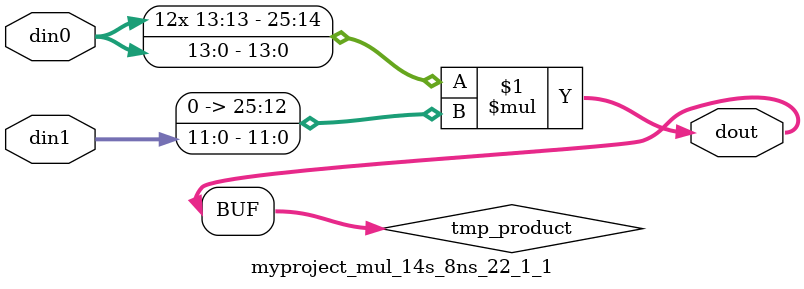
<source format=v>

`timescale 1 ns / 1 ps

  module myproject_mul_14s_8ns_22_1_1(din0, din1, dout);
parameter ID = 1;
parameter NUM_STAGE = 0;
parameter din0_WIDTH = 14;
parameter din1_WIDTH = 12;
parameter dout_WIDTH = 26;

input [din0_WIDTH - 1 : 0] din0; 
input [din1_WIDTH - 1 : 0] din1; 
output [dout_WIDTH - 1 : 0] dout;

wire signed [dout_WIDTH - 1 : 0] tmp_product;












assign tmp_product = $signed(din0) * $signed({1'b0, din1});









assign dout = tmp_product;







endmodule

</source>
